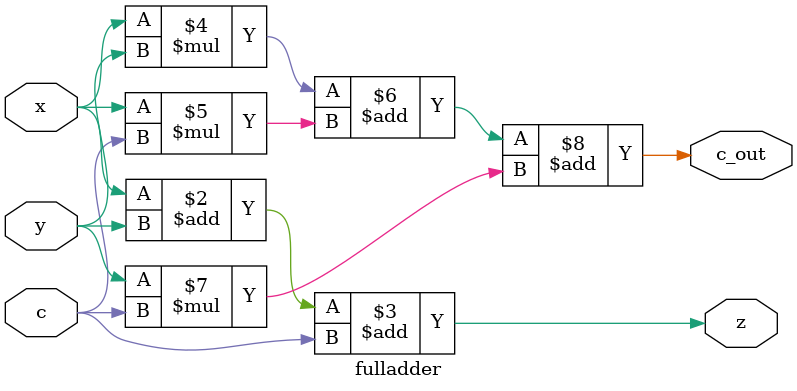
<source format=v>
 module fulladder(
   input x, y, c,
   output reg z, c_out
   );
always@(*) begin
  z=x+y+c;
  c_out=x*y+x*c+y*c;
end
endmodule
</source>
